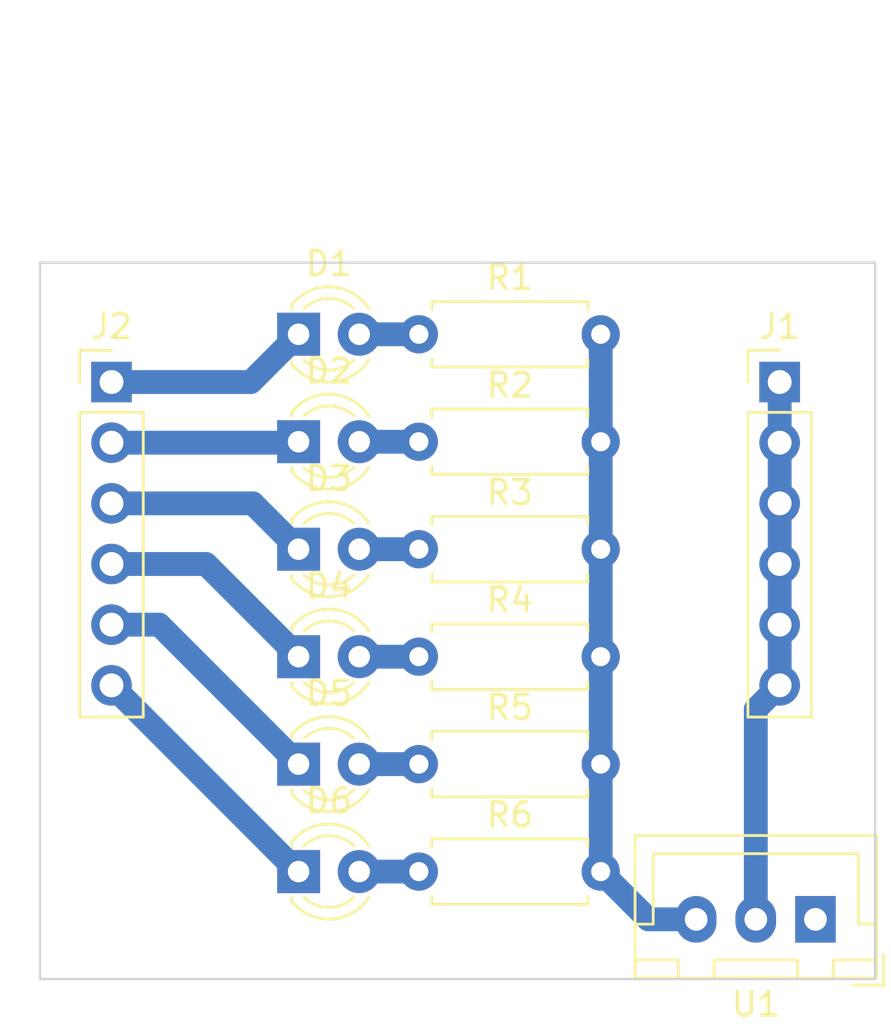
<source format=kicad_pcb>
(kicad_pcb (version 20221018) (generator pcbnew)
  (layers (0 "F.Cu" signal) (31 "B.Cu" signal) (34 "B.Paste" user) (35 "F.Paste" user) (36 "B.SilkS" user "B.Silkscreen") (37 "F.SilkS" user "F.Silkscreen") (38 "B.Mask" user) (39 "F.Mask" user) (44 "Edge.Cuts" user))
  (net 0 "")
  (net 1 "Net-(D1-K)")
  (net 2 "Net-(D1-A)")
  (net 3 "Net-(D2-K)")
  (net 4 "Net-(D2-A)")
  (net 5 "Net-(D3-K)")
  (net 6 "Net-(D3-A)")
  (net 7 "Net-(D4-K)")
  (net 8 "Net-(D4-A)")
  (net 9 "Net-(D5-K)")
  (net 10 "Net-(D5-A)")
  (net 11 "Net-(D6-K)")
  (net 12 "Net-(D6-A)")
  (net 13 "GND")
  (net 14 "+3.3V")
  (net 15 "+5V")
  (footprint "LED_THT:LED_D3.0mm" (layer "F.Cu") (at 130.84 96.5)
    (fp_text reference "D4" (at 1.27 -2.96) (layer "F.SilkS"))
    (fp_text value "LED")
    (fp_line (start -0.29 -1.236) (end -0.29 -1.08) (stroke (width 0.12)) (layer "F.SilkS"))
    (fp_line (start -0.29 1.08) (end -0.29 1.236) (stroke (width 0.12)) (layer "F.SilkS"))
    (fp_arc (start -0.29 -1.235516) (mid 1.366487 -1.987659) (end 2.942335 -1.078608) (stroke (width 0.12)) (layer "F.SilkS"))
    (fp_arc (start 0.229039 -1.08) (mid 1.270117 -1.5) (end 2.31113 -1.079837) (stroke (width 0.12)) (layer "F.SilkS"))
    (fp_arc (start 2.31113 1.079837) (mid 1.270117 1.5) (end 0.229039 1.08) (stroke (width 0.12)) (layer "F.SilkS"))
    (fp_arc (start 2.942335 1.078608) (mid 1.366487 1.987659) (end -0.29 1.235516) (stroke (width 0.12)) (layer "F.SilkS"))
    (pad "1" thru_hole rect (at 0 0) (size 1.8 1.8) (drill 0.9) (layers "*.Cu" "*.Mask") (net 7 "Net-(D4-K)"))
    (pad "2" thru_hole circle (at 2.54 0) (size 1.8 1.8) (drill 0.9) (layers "*.Cu" "*.Mask") (net 8 "Net-(D4-A)"))
  )
  (footprint "Resistor_THT:R_Axial_DIN0207_L6.3mm_D2.5mm_P7.62mm_Horizontal" (layer "F.Cu") (at 135.88 83)
    (fp_text reference "R1" (at 3.81 -2.37) (layer "F.SilkS"))
    (fp_text value "R")
    (fp_line (start 0.54 -1.37) (end 7.08 -1.37) (stroke (width 0.12)) (layer "F.SilkS"))
    (fp_line (start 0.54 -1.04) (end 0.54 -1.37) (stroke (width 0.12)) (layer "F.SilkS"))
    (fp_line (start 0.54 1.04) (end 0.54 1.37) (stroke (width 0.12)) (layer "F.SilkS"))
    (fp_line (start 0.54 1.37) (end 7.08 1.37) (stroke (width 0.12)) (layer "F.SilkS"))
    (fp_line (start 7.08 -1.37) (end 7.08 -1.04) (stroke (width 0.12)) (layer "F.SilkS"))
    (fp_line (start 7.08 1.37) (end 7.08 1.04) (stroke (width 0.12)) (layer "F.SilkS"))
    (pad "1" thru_hole circle (at 0 0) (size 1.6 1.6) (drill 0.8) (layers "*.Cu" "*.Mask") (net 2 "Net-(D1-A)"))
    (pad "2" thru_hole oval (at 7.62 0) (size 1.6 1.6) (drill 0.8) (layers "*.Cu" "*.Mask") (net 14 "+3.3V"))
  )
  (footprint "Resistor_THT:R_Axial_DIN0207_L6.3mm_D2.5mm_P7.62mm_Horizontal" (layer "F.Cu") (at 135.88 105.5)
    (fp_text reference "R6" (at 3.81 -2.37) (layer "F.SilkS"))
    (fp_text value "R")
    (fp_line (start 0.54 -1.37) (end 7.08 -1.37) (stroke (width 0.12)) (layer "F.SilkS"))
    (fp_line (start 0.54 -1.04) (end 0.54 -1.37) (stroke (width 0.12)) (layer "F.SilkS"))
    (fp_line (start 0.54 1.04) (end 0.54 1.37) (stroke (width 0.12)) (layer "F.SilkS"))
    (fp_line (start 0.54 1.37) (end 7.08 1.37) (stroke (width 0.12)) (layer "F.SilkS"))
    (fp_line (start 7.08 -1.37) (end 7.08 -1.04) (stroke (width 0.12)) (layer "F.SilkS"))
    (fp_line (start 7.08 1.37) (end 7.08 1.04) (stroke (width 0.12)) (layer "F.SilkS"))
    (pad "1" thru_hole circle (at 0 0) (size 1.6 1.6) (drill 0.8) (layers "*.Cu" "*.Mask") (net 12 "Net-(D6-A)"))
    (pad "2" thru_hole oval (at 7.62 0) (size 1.6 1.6) (drill 0.8) (layers "*.Cu" "*.Mask") (net 14 "+3.3V"))
  )
  (footprint "Resistor_THT:R_Axial_DIN0207_L6.3mm_D2.5mm_P7.62mm_Horizontal" (layer "F.Cu") (at 135.88 96.5)
    (fp_text reference "R4" (at 3.81 -2.37) (layer "F.SilkS"))
    (fp_text value "R")
    (fp_line (start 0.54 -1.37) (end 7.08 -1.37) (stroke (width 0.12)) (layer "F.SilkS"))
    (fp_line (start 0.54 -1.04) (end 0.54 -1.37) (stroke (width 0.12)) (layer "F.SilkS"))
    (fp_line (start 0.54 1.04) (end 0.54 1.37) (stroke (width 0.12)) (layer "F.SilkS"))
    (fp_line (start 0.54 1.37) (end 7.08 1.37) (stroke (width 0.12)) (layer "F.SilkS"))
    (fp_line (start 7.08 -1.37) (end 7.08 -1.04) (stroke (width 0.12)) (layer "F.SilkS"))
    (fp_line (start 7.08 1.37) (end 7.08 1.04) (stroke (width 0.12)) (layer "F.SilkS"))
    (pad "1" thru_hole circle (at 0 0) (size 1.6 1.6) (drill 0.8) (layers "*.Cu" "*.Mask") (net 8 "Net-(D4-A)"))
    (pad "2" thru_hole oval (at 7.62 0) (size 1.6 1.6) (drill 0.8) (layers "*.Cu" "*.Mask") (net 14 "+3.3V"))
  )
  (footprint "LED_THT:LED_D3.0mm" (layer "F.Cu") (at 130.84 92)
    (fp_text reference "D3" (at 1.27 -2.96) (layer "F.SilkS"))
    (fp_text value "LED")
    (fp_line (start -0.29 -1.236) (end -0.29 -1.08) (stroke (width 0.12)) (layer "F.SilkS"))
    (fp_line (start -0.29 1.08) (end -0.29 1.236) (stroke (width 0.12)) (layer "F.SilkS"))
    (fp_arc (start -0.29 -1.235516) (mid 1.366487 -1.987659) (end 2.942335 -1.078608) (stroke (width 0.12)) (layer "F.SilkS"))
    (fp_arc (start 0.229039 -1.08) (mid 1.270117 -1.5) (end 2.31113 -1.079837) (stroke (width 0.12)) (layer "F.SilkS"))
    (fp_arc (start 2.31113 1.079837) (mid 1.270117 1.5) (end 0.229039 1.08) (stroke (width 0.12)) (layer "F.SilkS"))
    (fp_arc (start 2.942335 1.078608) (mid 1.366487 1.987659) (end -0.29 1.235516) (stroke (width 0.12)) (layer "F.SilkS"))
    (pad "1" thru_hole rect (at 0 0) (size 1.8 1.8) (drill 0.9) (layers "*.Cu" "*.Mask") (net 5 "Net-(D3-K)"))
    (pad "2" thru_hole circle (at 2.54 0) (size 1.8 1.8) (drill 0.9) (layers "*.Cu" "*.Mask") (net 6 "Net-(D3-A)"))
  )
  (footprint "LED_THT:LED_D3.0mm" (layer "F.Cu") (at 130.84 101)
    (fp_text reference "D5" (at 1.27 -2.96) (layer "F.SilkS"))
    (fp_text value "LED")
    (fp_line (start -0.29 -1.236) (end -0.29 -1.08) (stroke (width 0.12)) (layer "F.SilkS"))
    (fp_line (start -0.29 1.08) (end -0.29 1.236) (stroke (width 0.12)) (layer "F.SilkS"))
    (fp_arc (start -0.29 -1.235516) (mid 1.366487 -1.987659) (end 2.942335 -1.078608) (stroke (width 0.12)) (layer "F.SilkS"))
    (fp_arc (start 0.229039 -1.08) (mid 1.270117 -1.5) (end 2.31113 -1.079837) (stroke (width 0.12)) (layer "F.SilkS"))
    (fp_arc (start 2.31113 1.079837) (mid 1.270117 1.5) (end 0.229039 1.08) (stroke (width 0.12)) (layer "F.SilkS"))
    (fp_arc (start 2.942335 1.078608) (mid 1.366487 1.987659) (end -0.29 1.235516) (stroke (width 0.12)) (layer "F.SilkS"))
    (pad "1" thru_hole rect (at 0 0) (size 1.8 1.8) (drill 0.9) (layers "*.Cu" "*.Mask") (net 9 "Net-(D5-K)"))
    (pad "2" thru_hole circle (at 2.54 0) (size 1.8 1.8) (drill 0.9) (layers "*.Cu" "*.Mask") (net 10 "Net-(D5-A)"))
  )
  (footprint "Connector_JST:JST_XH_B3B-XH-A_1x03_P2.50mm_Vertical" (layer "F.Cu") (at 152.5 107.5 180)
    (fp_text reference "U1" (at 2.5 -3.55) (layer "F.SilkS"))
    (fp_text value "power")
    (fp_line (start -2.85 -2.75) (end -2.85 -1.5) (stroke (width 0.12)) (layer "F.SilkS"))
    (fp_line (start -2.56 -2.46) (end -2.56 3.51) (stroke (width 0.12)) (layer "F.SilkS"))
    (fp_line (start -2.56 3.51) (end 7.56 3.51) (stroke (width 0.12)) (layer "F.SilkS"))
    (fp_line (start -2.55 -2.45) (end -2.55 -1.7) (stroke (width 0.12)) (layer "F.SilkS"))
    (fp_line (start -2.55 -1.7) (end -0.75 -1.7) (stroke (width 0.12)) (layer "F.SilkS"))
    (fp_line (start -2.55 -0.2) (end -1.8 -0.2) (stroke (width 0.12)) (layer "F.SilkS"))
    (fp_line (start -1.8 -0.2) (end -1.8 2.75) (stroke (width 0.12)) (layer "F.SilkS"))
    (fp_line (start -1.8 2.75) (end 2.5 2.75) (stroke (width 0.12)) (layer "F.SilkS"))
    (fp_line (start -1.6 -2.75) (end -2.85 -2.75) (stroke (width 0.12)) (layer "F.SilkS"))
    (fp_line (start -0.75 -2.45) (end -2.55 -2.45) (stroke (width 0.12)) (layer "F.SilkS"))
    (fp_line (start -0.75 -1.7) (end -0.75 -2.45) (stroke (width 0.12)) (layer "F.SilkS"))
    (fp_line (start 0.75 -2.45) (end 0.75 -1.7) (stroke (width 0.12)) (layer "F.SilkS"))
    (fp_line (start 0.75 -1.7) (end 4.25 -1.7) (stroke (width 0.12)) (layer "F.SilkS"))
    (fp_line (start 4.25 -2.45) (end 0.75 -2.45) (stroke (width 0.12)) (layer "F.SilkS"))
    (fp_line (start 4.25 -1.7) (end 4.25 -2.45) (stroke (width 0.12)) (layer "F.SilkS"))
    (fp_line (start 5.75 -2.45) (end 5.75 -1.7) (stroke (width 0.12)) (layer "F.SilkS"))
    (fp_line (start 5.75 -1.7) (end 7.55 -1.7) (stroke (width 0.12)) (layer "F.SilkS"))
    (fp_line (start 6.8 -0.2) (end 6.8 2.75) (stroke (width 0.12)) (layer "F.SilkS"))
    (fp_line (start 6.8 2.75) (end 2.5 2.75) (stroke (width 0.12)) (layer "F.SilkS"))
    (fp_line (start 7.55 -2.45) (end 5.75 -2.45) (stroke (width 0.12)) (layer "F.SilkS"))
    (fp_line (start 7.55 -1.7) (end 7.55 -2.45) (stroke (width 0.12)) (layer "F.SilkS"))
    (fp_line (start 7.55 -0.2) (end 6.8 -0.2) (stroke (width 0.12)) (layer "F.SilkS"))
    (fp_line (start 7.56 -2.46) (end -2.56 -2.46) (stroke (width 0.12)) (layer "F.SilkS"))
    (fp_line (start 7.56 3.51) (end 7.56 -2.46) (stroke (width 0.12)) (layer "F.SilkS"))
    (pad "1" thru_hole rect (at 0 0 180) (size 1.7 1.95) (drill 0.95) (layers "*.Cu" "*.Mask") (net 15 "+5V"))
    (pad "2" thru_hole oval (at 2.5 0 180) (size 1.7 1.95) (drill 0.95) (layers "*.Cu" "*.Mask") (net 13 "GND"))
    (pad "3" thru_hole oval (at 5 0 180) (size 1.7 1.95) (drill 0.95) (layers "*.Cu" "*.Mask") (net 14 "+3.3V"))
  )
  (footprint "Connector_PinHeader_2.54mm:PinHeader_1x06_P2.54mm_Vertical" (layer "F.Cu") (at 123 85)
    (fp_text reference "J2" (at 0 -2.33) (layer "F.SilkS"))
    (fp_text value "Conn_01x06")
    (fp_line (start -1.33 -1.33) (end 0 -1.33) (stroke (width 0.12)) (layer "F.SilkS"))
    (fp_line (start -1.33 0) (end -1.33 -1.33) (stroke (width 0.12)) (layer "F.SilkS"))
    (fp_line (start -1.33 1.27) (end -1.33 14.03) (stroke (width 0.12)) (layer "F.SilkS"))
    (fp_line (start -1.33 1.27) (end 1.33 1.27) (stroke (width 0.12)) (layer "F.SilkS"))
    (fp_line (start -1.33 14.03) (end 1.33 14.03) (stroke (width 0.12)) (layer "F.SilkS"))
    (fp_line (start 1.33 1.27) (end 1.33 14.03) (stroke (width 0.12)) (layer "F.SilkS"))
    (pad "1" thru_hole rect (at 0 0) (size 1.7 1.7) (drill 1) (layers "*.Cu" "*.Mask") (net 1 "Net-(D1-K)"))
    (pad "2" thru_hole oval (at 0 2.54) (size 1.7 1.7) (drill 1) (layers "*.Cu" "*.Mask") (net 3 "Net-(D2-K)"))
    (pad "3" thru_hole oval (at 0 5.08) (size 1.7 1.7) (drill 1) (layers "*.Cu" "*.Mask") (net 5 "Net-(D3-K)"))
    (pad "4" thru_hole oval (at 0 7.62) (size 1.7 1.7) (drill 1) (layers "*.Cu" "*.Mask") (net 7 "Net-(D4-K)"))
    (pad "5" thru_hole oval (at 0 10.16) (size 1.7 1.7) (drill 1) (layers "*.Cu" "*.Mask") (net 9 "Net-(D5-K)"))
    (pad "6" thru_hole oval (at 0 12.7) (size 1.7 1.7) (drill 1) (layers "*.Cu" "*.Mask") (net 11 "Net-(D6-K)"))
  )
  (footprint "Connector_PinHeader_2.54mm:PinHeader_1x06_P2.54mm_Vertical" (layer "F.Cu") (at 151 85)
    (fp_text reference "J1" (at 0 -2.33) (layer "F.SilkS"))
    (fp_text value "Conn_01x06")
    (fp_line (start -1.33 -1.33) (end 0 -1.33) (stroke (width 0.12)) (layer "F.SilkS"))
    (fp_line (start -1.33 0) (end -1.33 -1.33) (stroke (width 0.12)) (layer "F.SilkS"))
    (fp_line (start -1.33 1.27) (end -1.33 14.03) (stroke (width 0.12)) (layer "F.SilkS"))
    (fp_line (start -1.33 1.27) (end 1.33 1.27) (stroke (width 0.12)) (layer "F.SilkS"))
    (fp_line (start -1.33 14.03) (end 1.33 14.03) (stroke (width 0.12)) (layer "F.SilkS"))
    (fp_line (start 1.33 1.27) (end 1.33 14.03) (stroke (width 0.12)) (layer "F.SilkS"))
    (pad "1" thru_hole rect (at 0 0) (size 1.7 1.7) (drill 1) (layers "*.Cu" "*.Mask") (net 13 "GND"))
    (pad "2" thru_hole oval (at 0 2.54) (size 1.7 1.7) (drill 1) (layers "*.Cu" "*.Mask") (net 13 "GND"))
    (pad "3" thru_hole oval (at 0 5.08) (size 1.7 1.7) (drill 1) (layers "*.Cu" "*.Mask") (net 13 "GND"))
    (pad "4" thru_hole oval (at 0 7.62) (size 1.7 1.7) (drill 1) (layers "*.Cu" "*.Mask") (net 13 "GND"))
    (pad "5" thru_hole oval (at 0 10.16) (size 1.7 1.7) (drill 1) (layers "*.Cu" "*.Mask") (net 13 "GND"))
    (pad "6" thru_hole oval (at 0 12.7) (size 1.7 1.7) (drill 1) (layers "*.Cu" "*.Mask") (net 13 "GND"))
  )
  (footprint "LED_THT:LED_D3.0mm" (layer "F.Cu") (at 130.84 105.5)
    (fp_text reference "D6" (at 1.27 -2.96) (layer "F.SilkS"))
    (fp_text value "LED")
    (fp_line (start -0.29 -1.236) (end -0.29 -1.08) (stroke (width 0.12)) (layer "F.SilkS"))
    (fp_line (start -0.29 1.08) (end -0.29 1.236) (stroke (width 0.12)) (layer "F.SilkS"))
    (fp_arc (start -0.29 -1.235516) (mid 1.366487 -1.987659) (end 2.942335 -1.078608) (stroke (width 0.12)) (layer "F.SilkS"))
    (fp_arc (start 0.229039 -1.08) (mid 1.270117 -1.5) (end 2.31113 -1.079837) (stroke (width 0.12)) (layer "F.SilkS"))
    (fp_arc (start 2.31113 1.079837) (mid 1.270117 1.5) (end 0.229039 1.08) (stroke (width 0.12)) (layer "F.SilkS"))
    (fp_arc (start 2.942335 1.078608) (mid 1.366487 1.987659) (end -0.29 1.235516) (stroke (width 0.12)) (layer "F.SilkS"))
    (pad "1" thru_hole rect (at 0 0) (size 1.8 1.8) (drill 0.9) (layers "*.Cu" "*.Mask") (net 11 "Net-(D6-K)"))
    (pad "2" thru_hole circle (at 2.54 0) (size 1.8 1.8) (drill 0.9) (layers "*.Cu" "*.Mask") (net 12 "Net-(D6-A)"))
  )
  (footprint "Resistor_THT:R_Axial_DIN0207_L6.3mm_D2.5mm_P7.62mm_Horizontal" (layer "F.Cu") (at 135.88 101)
    (fp_text reference "R5" (at 3.81 -2.37) (layer "F.SilkS"))
    (fp_text value "R")
    (fp_line (start 0.54 -1.37) (end 7.08 -1.37) (stroke (width 0.12)) (layer "F.SilkS"))
    (fp_line (start 0.54 -1.04) (end 0.54 -1.37) (stroke (width 0.12)) (layer "F.SilkS"))
    (fp_line (start 0.54 1.04) (end 0.54 1.37) (stroke (width 0.12)) (layer "F.SilkS"))
    (fp_line (start 0.54 1.37) (end 7.08 1.37) (stroke (width 0.12)) (layer "F.SilkS"))
    (fp_line (start 7.08 -1.37) (end 7.08 -1.04) (stroke (width 0.12)) (layer "F.SilkS"))
    (fp_line (start 7.08 1.37) (end 7.08 1.04) (stroke (width 0.12)) (layer "F.SilkS"))
    (pad "1" thru_hole circle (at 0 0) (size 1.6 1.6) (drill 0.8) (layers "*.Cu" "*.Mask") (net 10 "Net-(D5-A)"))
    (pad "2" thru_hole oval (at 7.62 0) (size 1.6 1.6) (drill 0.8) (layers "*.Cu" "*.Mask") (net 14 "+3.3V"))
  )
  (footprint "LED_THT:LED_D3.0mm" (layer "F.Cu") (at 130.84 87.5)
    (fp_text reference "D2" (at 1.27 -2.96) (layer "F.SilkS"))
    (fp_text value "LED")
    (fp_line (start -0.29 -1.236) (end -0.29 -1.08) (stroke (width 0.12)) (layer "F.SilkS"))
    (fp_line (start -0.29 1.08) (end -0.29 1.236) (stroke (width 0.12)) (layer "F.SilkS"))
    (fp_arc (start -0.29 -1.235516) (mid 1.366487 -1.987659) (end 2.942335 -1.078608) (stroke (width 0.12)) (layer "F.SilkS"))
    (fp_arc (start 0.229039 -1.08) (mid 1.270117 -1.5) (end 2.31113 -1.079837) (stroke (width 0.12)) (layer "F.SilkS"))
    (fp_arc (start 2.31113 1.079837) (mid 1.270117 1.5) (end 0.229039 1.08) (stroke (width 0.12)) (layer "F.SilkS"))
    (fp_arc (start 2.942335 1.078608) (mid 1.366487 1.987659) (end -0.29 1.235516) (stroke (width 0.12)) (layer "F.SilkS"))
    (pad "1" thru_hole rect (at 0 0) (size 1.8 1.8) (drill 0.9) (layers "*.Cu" "*.Mask") (net 3 "Net-(D2-K)"))
    (pad "2" thru_hole circle (at 2.54 0) (size 1.8 1.8) (drill 0.9) (layers "*.Cu" "*.Mask") (net 4 "Net-(D2-A)"))
  )
  (footprint "Resistor_THT:R_Axial_DIN0207_L6.3mm_D2.5mm_P7.62mm_Horizontal" (layer "F.Cu") (at 135.88 92)
    (fp_text reference "R3" (at 3.81 -2.37) (layer "F.SilkS"))
    (fp_text value "R")
    (fp_line (start 0.54 -1.37) (end 7.08 -1.37) (stroke (width 0.12)) (layer "F.SilkS"))
    (fp_line (start 0.54 -1.04) (end 0.54 -1.37) (stroke (width 0.12)) (layer "F.SilkS"))
    (fp_line (start 0.54 1.04) (end 0.54 1.37) (stroke (width 0.12)) (layer "F.SilkS"))
    (fp_line (start 0.54 1.37) (end 7.08 1.37) (stroke (width 0.12)) (layer "F.SilkS"))
    (fp_line (start 7.08 -1.37) (end 7.08 -1.04) (stroke (width 0.12)) (layer "F.SilkS"))
    (fp_line (start 7.08 1.37) (end 7.08 1.04) (stroke (width 0.12)) (layer "F.SilkS"))
    (pad "1" thru_hole circle (at 0 0) (size 1.6 1.6) (drill 0.8) (layers "*.Cu" "*.Mask") (net 6 "Net-(D3-A)"))
    (pad "2" thru_hole oval (at 7.62 0) (size 1.6 1.6) (drill 0.8) (layers "*.Cu" "*.Mask") (net 14 "+3.3V"))
  )
  (footprint "Resistor_THT:R_Axial_DIN0207_L6.3mm_D2.5mm_P7.62mm_Horizontal" (layer "F.Cu") (at 135.88 87.5)
    (fp_text reference "R2" (at 3.81 -2.37) (layer "F.SilkS"))
    (fp_text value "R")
    (fp_line (start 0.54 -1.37) (end 7.08 -1.37) (stroke (width 0.12)) (layer "F.SilkS"))
    (fp_line (start 0.54 -1.04) (end 0.54 -1.37) (stroke (width 0.12)) (layer "F.SilkS"))
    (fp_line (start 0.54 1.04) (end 0.54 1.37) (stroke (width 0.12)) (layer "F.SilkS"))
    (fp_line (start 0.54 1.37) (end 7.08 1.37) (stroke (width 0.12)) (layer "F.SilkS"))
    (fp_line (start 7.08 -1.37) (end 7.08 -1.04) (stroke (width 0.12)) (layer "F.SilkS"))
    (fp_line (start 7.08 1.37) (end 7.08 1.04) (stroke (width 0.12)) (layer "F.SilkS"))
    (pad "1" thru_hole circle (at 0 0) (size 1.6 1.6) (drill 0.8) (layers "*.Cu" "*.Mask") (net 4 "Net-(D2-A)"))
    (pad "2" thru_hole oval (at 7.62 0) (size 1.6 1.6) (drill 0.8) (layers "*.Cu" "*.Mask") (net 14 "+3.3V"))
  )
  (footprint "LED_THT:LED_D3.0mm" (layer "F.Cu") (at 130.84 83)
    (fp_text reference "D1" (at 1.27 -2.96) (layer "F.SilkS"))
    (fp_text value "LED")
    (fp_line (start -0.29 -1.236) (end -0.29 -1.08) (stroke (width 0.12)) (layer "F.SilkS"))
    (fp_line (start -0.29 1.08) (end -0.29 1.236) (stroke (width 0.12)) (layer "F.SilkS"))
    (fp_arc (start -0.29 -1.235516) (mid 1.366487 -1.987659) (end 2.942335 -1.078608) (stroke (width 0.12)) (layer "F.SilkS"))
    (fp_arc (start 0.229039 -1.08) (mid 1.270117 -1.5) (end 2.31113 -1.079837) (stroke (width 0.12)) (layer "F.SilkS"))
    (fp_arc (start 2.31113 1.079837) (mid 1.270117 1.5) (end 0.229039 1.08) (stroke (width 0.12)) (layer "F.SilkS"))
    (fp_arc (start 2.942335 1.078608) (mid 1.366487 1.987659) (end -0.29 1.235516) (stroke (width 0.12)) (layer "F.SilkS"))
    (pad "1" thru_hole rect (at 0 0) (size 1.8 1.8) (drill 0.9) (layers "*.Cu" "*.Mask") (net 1 "Net-(D1-K)"))
    (pad "2" thru_hole circle (at 2.54 0) (size 1.8 1.8) (drill 0.9) (layers "*.Cu" "*.Mask") (net 2 "Net-(D1-A)"))
  )
  (gr_line (start 155 80) (end 155 110) (stroke (width 0.1)) (layer "Edge.Cuts"))
  (gr_line (start 155 110) (end 120 110) (stroke (width 0.1)) (layer "Edge.Cuts"))
  (gr_line (start 120 110) (end 120 80) (stroke (width 0.1)) (layer "Edge.Cuts"))
  (gr_line (start 120 80) (end 155 80) (stroke (width 0.1)) (layer "Edge.Cuts"))
  (segment (start 128.84 85) (end 130.84 83) (width 1) (layer "B.Cu") (net 1))
  (segment (start 123 85) (end 128.84 85) (width 1) (layer "B.Cu") (net 1))
  (segment (start 133.38 83) (end 135.88 83) (width 1) (layer "B.Cu") (net 2))
  (segment (start 123 87.54) (end 130.8 87.54) (width 1) (layer "B.Cu") (net 3))
  (segment (start 130.8 87.54) (end 130.84 87.5) (width 1) (layer "B.Cu") (net 3))
  (segment (start 133.38 87.5) (end 135.88 87.5) (width 1) (layer "B.Cu") (net 4))
  (segment (start 123 90.08) (end 128.92 90.08) (width 1) (layer "B.Cu") (net 5))
  (segment (start 128.92 90.08) (end 130.84 92) (width 1) (layer "B.Cu") (net 5))
  (segment (start 133.38 92) (end 135.88 92) (width 1) (layer "B.Cu") (net 6))
  (segment (start 126.96 92.62) (end 130.84 96.5) (width 1) (layer "B.Cu") (net 7))
  (segment (start 123 92.62) (end 126.96 92.62) (width 1) (layer "B.Cu") (net 7))
  (segment (start 133.38 96.5) (end 135.88 96.5) (width 1) (layer "B.Cu") (net 8))
  (segment (start 123 95.16) (end 125 95.16) (width 1) (layer "B.Cu") (net 9))
  (segment (start 125 95.16) (end 130.84 101) (width 1) (layer "B.Cu") (net 9))
  (segment (start 133.38 101) (end 135.88 101) (width 1) (layer "B.Cu") (net 10))
  (segment (start 123 97.7) (end 130.8 105.5) (width 1) (layer "B.Cu") (net 11))
  (segment (start 130.8 105.5) (end 130.84 105.5) (width 1) (layer "B.Cu") (net 11))
  (segment (start 133.38 105.5) (end 135.88 105.5) (width 1) (layer "B.Cu") (net 12))
  (segment (start 151 97.7) (end 150 98.7) (width 1) (layer "B.Cu") (net 13))
  (segment (start 151 85) (end 151 97.7) (width 1) (layer "B.Cu") (net 13))
  (segment (start 150 98.7) (end 150 107.5) (width 1) (layer "B.Cu") (net 13))
  (segment (start 143.5 83) (end 143.5 105.5) (width 1) (layer "B.Cu") (net 14))
  (segment (start 143.5 105.5) (end 145.5 107.5) (width 1) (layer "B.Cu") (net 14))
  (segment (start 145.5 107.5) (end 147.5 107.5) (width 1) (layer "B.Cu") (net 14))
)
</source>
